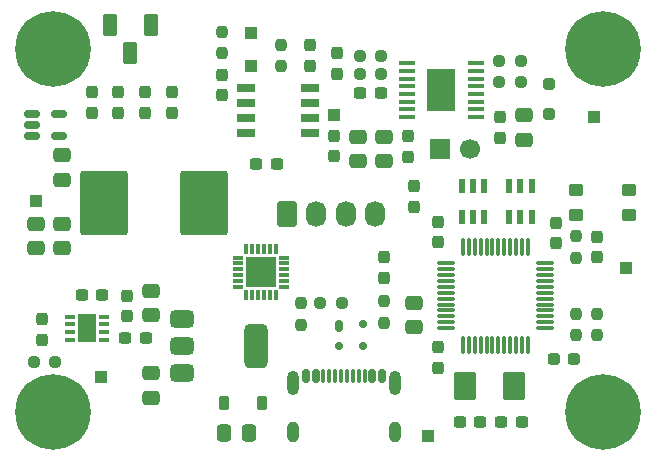
<source format=gbr>
%TF.GenerationSoftware,KiCad,Pcbnew,9.0.3*%
%TF.CreationDate,2025-11-05T13:51:26-06:00*%
%TF.ProjectId,PeripheralSOM,50657269-7068-4657-9261-6c534f4d2e6b,rev?*%
%TF.SameCoordinates,Original*%
%TF.FileFunction,Soldermask,Top*%
%TF.FilePolarity,Negative*%
%FSLAX46Y46*%
G04 Gerber Fmt 4.6, Leading zero omitted, Abs format (unit mm)*
G04 Created by KiCad (PCBNEW 9.0.3) date 2025-11-05 13:51:26*
%MOMM*%
%LPD*%
G01*
G04 APERTURE LIST*
G04 Aperture macros list*
%AMRoundRect*
0 Rectangle with rounded corners*
0 $1 Rounding radius*
0 $2 $3 $4 $5 $6 $7 $8 $9 X,Y pos of 4 corners*
0 Add a 4 corners polygon primitive as box body*
4,1,4,$2,$3,$4,$5,$6,$7,$8,$9,$2,$3,0*
0 Add four circle primitives for the rounded corners*
1,1,$1+$1,$2,$3*
1,1,$1+$1,$4,$5*
1,1,$1+$1,$6,$7*
1,1,$1+$1,$8,$9*
0 Add four rect primitives between the rounded corners*
20,1,$1+$1,$2,$3,$4,$5,0*
20,1,$1+$1,$4,$5,$6,$7,0*
20,1,$1+$1,$6,$7,$8,$9,0*
20,1,$1+$1,$8,$9,$2,$3,0*%
G04 Aperture macros list end*
%ADD10R,1.000000X1.000000*%
%ADD11RoundRect,0.237500X-0.237500X0.250000X-0.237500X-0.250000X0.237500X-0.250000X0.237500X0.250000X0*%
%ADD12RoundRect,0.250000X0.475000X-0.337500X0.475000X0.337500X-0.475000X0.337500X-0.475000X-0.337500X0*%
%ADD13RoundRect,0.237500X-0.237500X0.300000X-0.237500X-0.300000X0.237500X-0.300000X0.237500X0.300000X0*%
%ADD14RoundRect,0.237500X0.237500X-0.287500X0.237500X0.287500X-0.237500X0.287500X-0.237500X-0.287500X0*%
%ADD15RoundRect,0.237500X0.237500X-0.250000X0.237500X0.250000X-0.237500X0.250000X-0.237500X-0.250000X0*%
%ADD16RoundRect,0.237500X-0.237500X0.287500X-0.237500X-0.287500X0.237500X-0.287500X0.237500X0.287500X0*%
%ADD17RoundRect,0.250000X-0.475000X0.337500X-0.475000X-0.337500X0.475000X-0.337500X0.475000X0.337500X0*%
%ADD18R,0.300000X0.850000*%
%ADD19R,0.850000X0.300000*%
%ADD20R,2.550000X2.550000*%
%ADD21RoundRect,0.237500X-0.250000X-0.237500X0.250000X-0.237500X0.250000X0.237500X-0.250000X0.237500X0*%
%ADD22RoundRect,0.075000X0.075000X-0.662500X0.075000X0.662500X-0.075000X0.662500X-0.075000X-0.662500X0*%
%ADD23RoundRect,0.075000X0.662500X-0.075000X0.662500X0.075000X-0.662500X0.075000X-0.662500X-0.075000X0*%
%ADD24RoundRect,0.250000X0.600000X-0.850000X0.600000X0.850000X-0.600000X0.850000X-0.600000X-0.850000X0*%
%ADD25O,1.700000X2.200000*%
%ADD26RoundRect,0.237500X0.237500X-0.300000X0.237500X0.300000X-0.237500X0.300000X-0.237500X-0.300000X0*%
%ADD27C,3.600000*%
%ADD28C,6.400000*%
%ADD29RoundRect,0.237500X-0.300000X-0.237500X0.300000X-0.237500X0.300000X0.237500X-0.300000X0.237500X0*%
%ADD30R,0.600000X1.150000*%
%ADD31RoundRect,0.237500X0.250000X0.237500X-0.250000X0.237500X-0.250000X-0.237500X0.250000X-0.237500X0*%
%ADD32RoundRect,0.237500X0.300000X0.237500X-0.300000X0.237500X-0.300000X-0.237500X0.300000X-0.237500X0*%
%ADD33RoundRect,0.375000X-0.625000X-0.375000X0.625000X-0.375000X0.625000X0.375000X-0.625000X0.375000X0*%
%ADD34RoundRect,0.500000X-0.500000X-1.400000X0.500000X-1.400000X0.500000X1.400000X-0.500000X1.400000X0*%
%ADD35RoundRect,0.150000X-0.512500X-0.150000X0.512500X-0.150000X0.512500X0.150000X-0.512500X0.150000X0*%
%ADD36RoundRect,0.102000X0.500000X0.800000X-0.500000X0.800000X-0.500000X-0.800000X0.500000X-0.800000X0*%
%ADD37RoundRect,0.250000X-0.700000X-0.950000X0.700000X-0.950000X0.700000X0.950000X-0.700000X0.950000X0*%
%ADD38RoundRect,0.250000X1.750000X2.500000X-1.750000X2.500000X-1.750000X-2.500000X1.750000X-2.500000X0*%
%ADD39RoundRect,0.150000X-0.150000X-0.425000X0.150000X-0.425000X0.150000X0.425000X-0.150000X0.425000X0*%
%ADD40RoundRect,0.075000X-0.075000X-0.500000X0.075000X-0.500000X0.075000X0.500000X-0.075000X0.500000X0*%
%ADD41O,1.000000X2.100000*%
%ADD42O,1.000000X1.800000*%
%ADD43RoundRect,0.087500X-0.337500X-0.087500X0.337500X-0.087500X0.337500X0.087500X-0.337500X0.087500X0*%
%ADD44R,1.650000X2.400000*%
%ADD45R,1.528000X0.650000*%
%ADD46RoundRect,0.102000X-0.500000X-0.375000X0.500000X-0.375000X0.500000X0.375000X-0.500000X0.375000X0*%
%ADD47R,1.475000X0.450000*%
%ADD48R,2.460000X3.550000*%
%ADD49RoundRect,0.250000X0.300000X-0.300000X0.300000X0.300000X-0.300000X0.300000X-0.300000X-0.300000X0*%
%ADD50RoundRect,0.175000X-0.175000X-0.325000X0.175000X-0.325000X0.175000X0.325000X-0.175000X0.325000X0*%
%ADD51RoundRect,0.150000X-0.200000X-0.150000X0.200000X-0.150000X0.200000X0.150000X-0.200000X0.150000X0*%
%ADD52RoundRect,0.250000X-0.337500X-0.475000X0.337500X-0.475000X0.337500X0.475000X-0.337500X0.475000X0*%
%ADD53RoundRect,0.237500X0.287500X0.237500X-0.287500X0.237500X-0.287500X-0.237500X0.287500X-0.237500X0*%
%ADD54RoundRect,0.225000X-0.225000X-0.375000X0.225000X-0.375000X0.225000X0.375000X-0.225000X0.375000X0*%
%ADD55R,1.700000X1.700000*%
%ADD56C,1.700000*%
%ADD57RoundRect,0.250000X-0.250000X0.250000X-0.250000X-0.250000X0.250000X-0.250000X0.250000X0.250000X0*%
G04 APERTURE END LIST*
D10*
%TO.C,TP6*%
X144500000Y-110500000D03*
%TD*%
D11*
%TO.C,R5*%
X157000000Y-100175000D03*
X157000000Y-102000000D03*
%TD*%
D12*
%TO.C,C10*%
X121000000Y-100287500D03*
X121000000Y-98212500D03*
%TD*%
D13*
%TO.C,C1*%
X150562500Y-83537500D03*
X150562500Y-85262500D03*
%TD*%
D14*
%TO.C,D7*%
X143250000Y-91125000D03*
X143250000Y-89375000D03*
%TD*%
D10*
%TO.C,TP1*%
X158500000Y-83500000D03*
%TD*%
D15*
%TO.C,R3*%
X127000000Y-78119000D03*
X127000000Y-76294000D03*
%TD*%
D16*
%TO.C,D13*%
X120500000Y-81375000D03*
X120500000Y-83125000D03*
%TD*%
D17*
%TO.C,C34*%
X113500000Y-92562500D03*
X113500000Y-94637500D03*
%TD*%
D16*
%TO.C,D11*%
X111750000Y-100625000D03*
X111750000Y-102375000D03*
%TD*%
D18*
%TO.C,U8*%
X129062500Y-98600000D03*
X129562500Y-98600000D03*
X130062500Y-98600000D03*
X130562500Y-98600000D03*
X131062500Y-98600000D03*
X131562500Y-98600000D03*
D19*
X132262500Y-97900000D03*
X132262500Y-97400000D03*
X132262500Y-96900000D03*
X132262500Y-96400000D03*
X132262500Y-95900000D03*
X132262500Y-95400000D03*
D18*
X131562500Y-94700000D03*
X131062500Y-94700000D03*
X130562500Y-94700000D03*
X130062500Y-94700000D03*
X129562500Y-94700000D03*
X129062500Y-94700000D03*
D19*
X128362500Y-95400000D03*
X128362500Y-95900000D03*
X128362500Y-96400000D03*
X128362500Y-96900000D03*
X128362500Y-97400000D03*
X128362500Y-97900000D03*
D20*
X130312500Y-96650000D03*
%TD*%
D17*
%TO.C,C23*%
X140750000Y-85175000D03*
X140750000Y-87250000D03*
%TD*%
D15*
%TO.C,R4*%
X158750000Y-102000000D03*
X158750000Y-100175000D03*
%TD*%
D21*
%TO.C,R30*%
X138687500Y-78300000D03*
X140512500Y-78300000D03*
%TD*%
D22*
%TO.C,U1*%
X147425000Y-102794760D03*
X147925000Y-102794760D03*
X148425000Y-102794760D03*
X148925000Y-102794760D03*
X149425000Y-102794760D03*
X149925000Y-102794760D03*
X150425000Y-102794760D03*
X150925000Y-102794760D03*
X151425000Y-102794760D03*
X151925000Y-102794760D03*
X152425000Y-102794760D03*
X152925000Y-102794760D03*
D23*
X154337500Y-101382260D03*
X154337500Y-100882260D03*
X154337500Y-100382260D03*
X154337500Y-99882260D03*
X154337500Y-99382260D03*
X154337500Y-98882260D03*
X154337500Y-98382260D03*
X154337500Y-97882260D03*
X154337500Y-97382260D03*
X154337500Y-96882260D03*
X154337500Y-96382260D03*
X154337500Y-95882260D03*
D22*
X152925000Y-94469760D03*
X152425000Y-94469760D03*
X151925000Y-94469760D03*
X151425000Y-94469760D03*
X150925000Y-94469760D03*
X150425000Y-94469760D03*
X149925000Y-94469760D03*
X149425000Y-94469760D03*
X148925000Y-94469760D03*
X148425000Y-94469760D03*
X147925000Y-94469760D03*
X147425000Y-94469760D03*
D23*
X146012500Y-95882260D03*
X146012500Y-96382260D03*
X146012500Y-96882260D03*
X146012500Y-97382260D03*
X146012500Y-97882260D03*
X146012500Y-98382260D03*
X146012500Y-98882260D03*
X146012500Y-99382260D03*
X146012500Y-99882260D03*
X146012500Y-100382260D03*
X146012500Y-100882260D03*
X146012500Y-101382260D03*
%TD*%
D13*
%TO.C,C11*%
X158750000Y-93637500D03*
X158750000Y-95362500D03*
%TD*%
D24*
%TO.C,J1*%
X132500000Y-91750000D03*
D25*
X135000000Y-91750000D03*
X137500000Y-91750000D03*
X140000000Y-91750000D03*
%TD*%
D26*
%TO.C,C16*%
X155284880Y-94182261D03*
X155284880Y-92457259D03*
%TD*%
D12*
%TO.C,C13*%
X143250000Y-101287500D03*
X143250000Y-99212500D03*
%TD*%
D17*
%TO.C,C20*%
X152562500Y-83362500D03*
X152562500Y-85437500D03*
%TD*%
D10*
%TO.C,TP2*%
X136500000Y-83300000D03*
%TD*%
D27*
%TO.C,MH4*%
X159250000Y-108500000D03*
D28*
X159250000Y-108500000D03*
%TD*%
D29*
%TO.C,C25*%
X138737500Y-81500000D03*
X140462500Y-81500000D03*
%TD*%
D30*
%TO.C,CR2*%
X149234880Y-89369760D03*
X148284880Y-89369760D03*
X147334880Y-89369760D03*
X147334880Y-91969760D03*
X148284880Y-91969760D03*
X149234880Y-91969760D03*
%TD*%
D10*
%TO.C,TP4*%
X116750000Y-105500000D03*
%TD*%
D31*
%TO.C,R22*%
X137162500Y-99250000D03*
X135337500Y-99250000D03*
%TD*%
D32*
%TO.C,C22*%
X152387500Y-109319760D03*
X150662500Y-109319760D03*
%TD*%
D29*
%TO.C,C21*%
X147162500Y-109319760D03*
X148887500Y-109319760D03*
%TD*%
D33*
%TO.C,U3*%
X123602500Y-100600000D03*
X123602500Y-102900000D03*
D34*
X129902500Y-102900000D03*
D33*
X123602500Y-105200000D03*
%TD*%
D32*
%TO.C,C27*%
X116862500Y-98550000D03*
X115137500Y-98550000D03*
%TD*%
D16*
%TO.C,D9*%
X136750000Y-78125000D03*
X136750000Y-79875000D03*
%TD*%
D35*
%TO.C,U9*%
X110975000Y-83250000D03*
X110975000Y-84200000D03*
X110975000Y-85150000D03*
X113250000Y-85150000D03*
X113250000Y-83250000D03*
%TD*%
D30*
%TO.C,CR1*%
X151334880Y-91969760D03*
X152284880Y-91969760D03*
X153234880Y-91969760D03*
X153234880Y-89369760D03*
X152284880Y-89369760D03*
X151334880Y-89369760D03*
%TD*%
D27*
%TO.C,MH3*%
X112750000Y-108500000D03*
D28*
X112750000Y-108500000D03*
%TD*%
D16*
%TO.C,D12*%
X118250000Y-81375000D03*
X118250000Y-83125000D03*
%TD*%
%TO.C,D14*%
X122750000Y-81375000D03*
X122750000Y-83125000D03*
%TD*%
D36*
%TO.C,SW2*%
X121000000Y-75750000D03*
X119250000Y-78050000D03*
X117500000Y-75750000D03*
%TD*%
D37*
%TO.C,Y1*%
X147625000Y-106319760D03*
X151725000Y-106319760D03*
%TD*%
D10*
%TO.C,TP7*%
X161250000Y-96250000D03*
%TD*%
D27*
%TO.C,MH1*%
X112750000Y-77750000D03*
D28*
X112750000Y-77750000D03*
%TD*%
D17*
%TO.C,C35*%
X111250000Y-92562500D03*
X111250000Y-94637500D03*
%TD*%
D15*
%TO.C,R29*%
X156995000Y-95412500D03*
X156995000Y-93587500D03*
%TD*%
D32*
%TO.C,C4*%
X131662500Y-87500000D03*
X129937500Y-87500000D03*
%TD*%
D13*
%TO.C,C9*%
X136500000Y-85120000D03*
X136500000Y-86845000D03*
%TD*%
D26*
%TO.C,C26*%
X119000000Y-100362500D03*
X119000000Y-98637500D03*
%TD*%
D38*
%TO.C,L1*%
X125500000Y-90750000D03*
X117000000Y-90750000D03*
%TD*%
D16*
%TO.C,D4*%
X116000000Y-81375000D03*
X116000000Y-83125000D03*
%TD*%
D39*
%TO.C,J2*%
X134152873Y-105417500D03*
X134952873Y-105417500D03*
D40*
X136102873Y-105417500D03*
X137102873Y-105417500D03*
X137602873Y-105417500D03*
X138602873Y-105417500D03*
D39*
X139752873Y-105417500D03*
X140552873Y-105417500D03*
X140552873Y-105417500D03*
X139752873Y-105417500D03*
D40*
X139102873Y-105417500D03*
X138102873Y-105417500D03*
X136602873Y-105417500D03*
X135602873Y-105417500D03*
D39*
X134952873Y-105417500D03*
X134152873Y-105417500D03*
D41*
X133032873Y-105992500D03*
D42*
X133032873Y-110172500D03*
D41*
X141672873Y-105992500D03*
D42*
X141672873Y-110172500D03*
%TD*%
D21*
%TO.C,R27*%
X138687500Y-79900000D03*
X140512500Y-79900000D03*
%TD*%
D26*
%TO.C,C17*%
X145284880Y-94109880D03*
X145284880Y-92384878D03*
%TD*%
D43*
%TO.C,U6*%
X114115000Y-100400000D03*
X114115000Y-101050000D03*
X114115000Y-101700000D03*
X114115000Y-102350000D03*
X117015000Y-102350000D03*
X117015000Y-101700000D03*
X117015000Y-101050000D03*
X117015000Y-100400000D03*
D44*
X115565000Y-101375000D03*
%TD*%
D45*
%TO.C,U2*%
X134461000Y-84849000D03*
X134461000Y-83579000D03*
X134461000Y-82309000D03*
X134461000Y-81039000D03*
X129039000Y-81039000D03*
X129039000Y-82309000D03*
X129039000Y-83579000D03*
X129039000Y-84849000D03*
%TD*%
D17*
%TO.C,C18*%
X121000000Y-105212500D03*
X121000000Y-107287500D03*
%TD*%
D26*
%TO.C,C6*%
X127000000Y-81656500D03*
X127000000Y-79931500D03*
%TD*%
D46*
%TO.C,SW1*%
X157000000Y-91825000D03*
X161500000Y-91825000D03*
X157000000Y-89675000D03*
X161500000Y-89675000D03*
%TD*%
D31*
%TO.C,R20*%
X152312500Y-78800000D03*
X150487500Y-78800000D03*
%TD*%
%TO.C,R15*%
X152325000Y-80500000D03*
X150500000Y-80500000D03*
%TD*%
D47*
%TO.C,U7*%
X148538500Y-83500000D03*
X148538500Y-82850000D03*
X148538500Y-82200000D03*
X148538500Y-81550000D03*
X148538500Y-80900000D03*
X148538500Y-80250000D03*
X148538500Y-79600000D03*
X148538500Y-78950000D03*
X142662500Y-78950000D03*
X142662500Y-79600000D03*
X142662500Y-80250000D03*
X142662500Y-80900000D03*
X142662500Y-81550000D03*
X142662500Y-82200000D03*
X142662500Y-82850000D03*
X142662500Y-83500000D03*
D48*
X145600500Y-81225000D03*
%TD*%
D11*
%TO.C,R24*%
X133750000Y-99250000D03*
X133750000Y-101075000D03*
%TD*%
D49*
%TO.C,D10*%
X129500000Y-79150000D03*
X129500000Y-76350000D03*
%TD*%
D26*
%TO.C,C5*%
X134500000Y-79156500D03*
X134500000Y-77431500D03*
%TD*%
D17*
%TO.C,C3*%
X138500000Y-85175000D03*
X138500000Y-87250000D03*
%TD*%
D10*
%TO.C,TP3*%
X111250000Y-90600000D03*
%TD*%
D50*
%TO.C,D6*%
X136922873Y-101222500D03*
D51*
X136922873Y-102922500D03*
X138922873Y-102922500D03*
X138922873Y-101022500D03*
%TD*%
D27*
%TO.C,MH2*%
X159250000Y-77750000D03*
D28*
X159250000Y-77750000D03*
%TD*%
D52*
%TO.C,C29*%
X127212500Y-110250000D03*
X129287500Y-110250000D03*
%TD*%
D15*
%TO.C,R26*%
X140750000Y-100912500D03*
X140750000Y-99087500D03*
%TD*%
D29*
%TO.C,C28*%
X118837500Y-102250000D03*
X120562500Y-102250000D03*
%TD*%
D12*
%TO.C,C8*%
X113500000Y-88837500D03*
X113500000Y-86762500D03*
%TD*%
D16*
%TO.C,D8*%
X140750000Y-95375000D03*
X140750000Y-97125000D03*
%TD*%
D53*
%TO.C,D3*%
X156850000Y-104000000D03*
X155100000Y-104000000D03*
%TD*%
D31*
%TO.C,R32*%
X112912500Y-104250000D03*
X111087500Y-104250000D03*
%TD*%
D15*
%TO.C,R2*%
X132000000Y-79206500D03*
X132000000Y-77381500D03*
%TD*%
D54*
%TO.C,D5*%
X127150000Y-107750000D03*
X130450000Y-107750000D03*
%TD*%
D55*
%TO.C,JP1*%
X145475000Y-86250000D03*
D56*
X148015000Y-86250000D03*
%TD*%
D13*
%TO.C,C14*%
X145284880Y-102997379D03*
X145284880Y-104722381D03*
%TD*%
D57*
%TO.C,D2*%
X154750000Y-80750000D03*
X154750000Y-83250000D03*
%TD*%
D13*
%TO.C,C2*%
X142750000Y-85137500D03*
X142750000Y-86862500D03*
%TD*%
M02*

</source>
